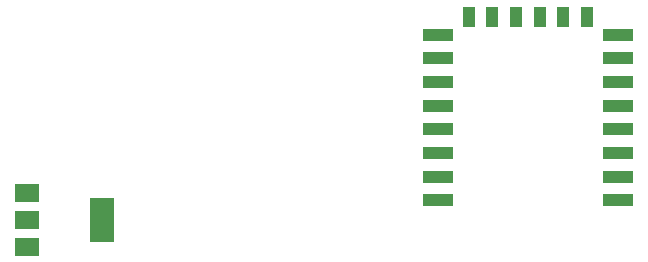
<source format=gbr>
G04 #@! TF.GenerationSoftware,KiCad,Pcbnew,(5.0.1)-4*
G04 #@! TF.CreationDate,2019-04-16T10:01:15-03:00*
G04 #@! TF.ProjectId,Ignitor,49676E69746F722E6B696361645F7063,rev?*
G04 #@! TF.SameCoordinates,Original*
G04 #@! TF.FileFunction,Paste,Top*
G04 #@! TF.FilePolarity,Positive*
%FSLAX46Y46*%
G04 Gerber Fmt 4.6, Leading zero omitted, Abs format (unit mm)*
G04 Created by KiCad (PCBNEW (5.0.1)-4) date 16/04/2019 10:01:15*
%MOMM*%
%LPD*%
G01*
G04 APERTURE LIST*
%ADD10R,2.500000X1.000000*%
%ADD11R,1.000000X1.800000*%
%ADD12R,2.000000X3.800000*%
%ADD13R,2.000000X1.500000*%
G04 APERTURE END LIST*
D10*
G04 #@! TO.C,U1*
X195710000Y-96240000D03*
X195710000Y-94240000D03*
X195710000Y-92240000D03*
X195710000Y-90240000D03*
X195710000Y-88240000D03*
X195710000Y-86240000D03*
X195710000Y-84240000D03*
X195710000Y-82240000D03*
D11*
X198310000Y-80740000D03*
X200310000Y-80740000D03*
X202310000Y-80740000D03*
X204310000Y-80740000D03*
X206310000Y-80740000D03*
X208310000Y-80740000D03*
D10*
X210910000Y-82240000D03*
X210910000Y-84240000D03*
X210910000Y-86240000D03*
X210910000Y-88240000D03*
X210910000Y-90240000D03*
X210910000Y-92240000D03*
X210910000Y-94240000D03*
X210910000Y-96240000D03*
G04 #@! TD*
D12*
G04 #@! TO.C,U5*
X167230000Y-97900000D03*
D13*
X160930000Y-97900000D03*
X160930000Y-100200000D03*
X160930000Y-95600000D03*
G04 #@! TD*
M02*

</source>
